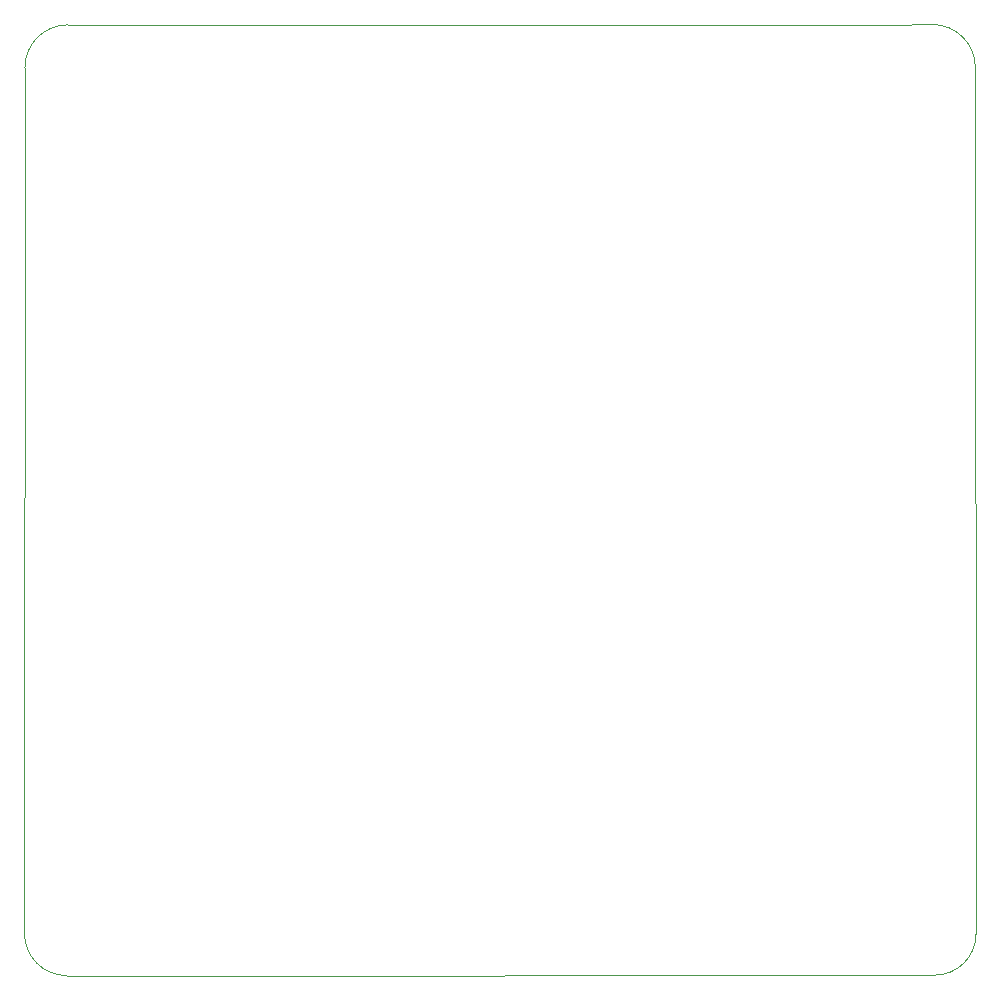
<source format=gbr>
%TF.GenerationSoftware,KiCad,Pcbnew,7.0.8-7.0.8~ubuntu22.04.1*%
%TF.CreationDate,2023-10-06T08:27:01+03:00*%
%TF.ProjectId,Omarichet Sensor Board v1.5,4f6d6172-6963-4686-9574-2053656e736f,rev?*%
%TF.SameCoordinates,Original*%
%TF.FileFunction,Profile,NP*%
%FSLAX46Y46*%
G04 Gerber Fmt 4.6, Leading zero omitted, Abs format (unit mm)*
G04 Created by KiCad (PCBNEW 7.0.8-7.0.8~ubuntu22.04.1) date 2023-10-06 08:27:01*
%MOMM*%
%LPD*%
G01*
G04 APERTURE LIST*
%TA.AperFunction,Profile*%
%ADD10C,0.100000*%
%TD*%
G04 APERTURE END LIST*
D10*
X68770000Y-64760000D02*
X68730000Y-138040000D01*
X145810000Y-141590000D02*
G75*
G03*
X149300000Y-138100000I0J3490000D01*
G01*
X149239215Y-64744059D02*
X149300000Y-138100000D01*
X72320000Y-141630000D02*
X145810000Y-141590000D01*
X149239162Y-64744059D02*
G75*
G03*
X145609232Y-61102821I-3629962J11259D01*
G01*
X72411238Y-61130017D02*
X141980000Y-61120000D01*
X68730000Y-138040000D02*
G75*
G03*
X72320000Y-141630000I3590000J0D01*
G01*
X141980000Y-61120000D02*
X145609232Y-61102821D01*
X72411238Y-61130017D02*
G75*
G03*
X68770000Y-64760000I-11238J-3629983D01*
G01*
M02*

</source>
